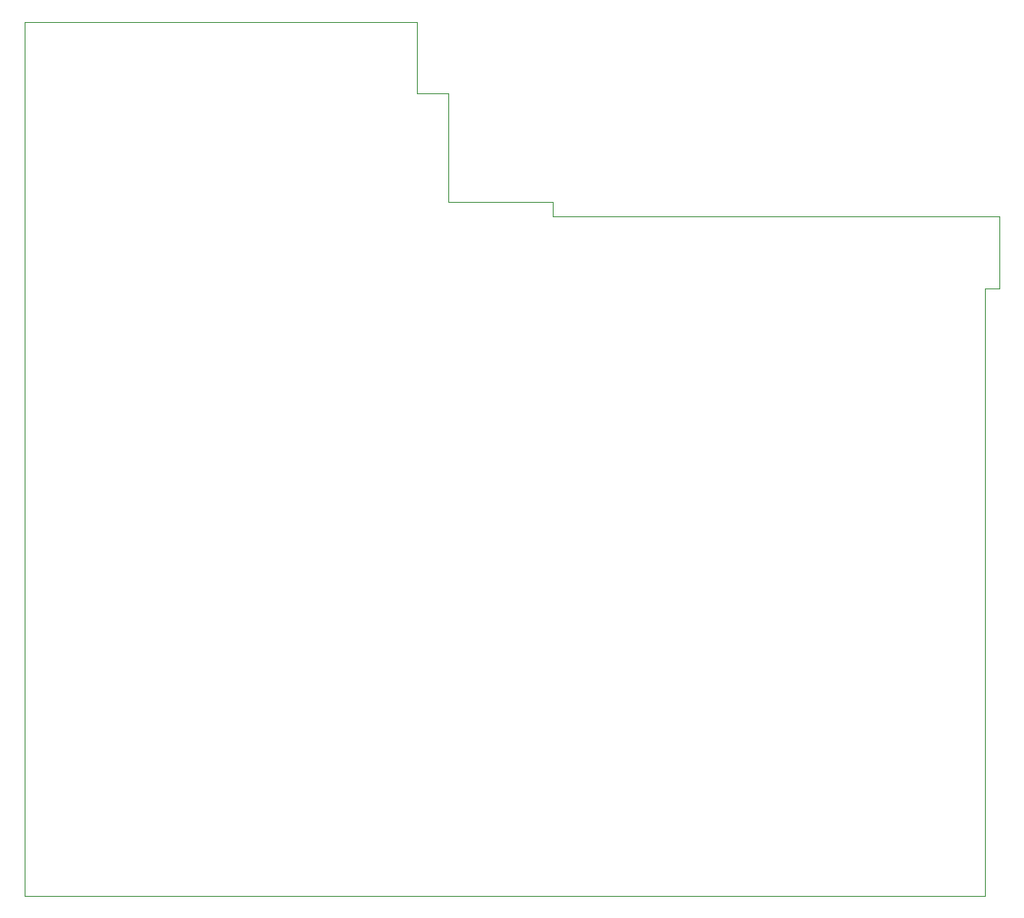
<source format=gbr>
%TF.GenerationSoftware,KiCad,Pcbnew,5.1.6-c6e7f7d~86~ubuntu18.04.1*%
%TF.CreationDate,2020-05-16T18:56:39+02:00*%
%TF.ProjectId,slimme-meter-tra,736c696d-6d65-42d6-9d65-7465722d7472,rev?*%
%TF.SameCoordinates,Original*%
%TF.FileFunction,Profile,NP*%
%FSLAX46Y46*%
G04 Gerber Fmt 4.6, Leading zero omitted, Abs format (unit mm)*
G04 Created by KiCad (PCBNEW 5.1.6-c6e7f7d~86~ubuntu18.04.1) date 2020-05-16 18:56:39*
%MOMM*%
%LPD*%
G01*
G04 APERTURE LIST*
%TA.AperFunction,Profile*%
%ADD10C,0.100000*%
%TD*%
G04 APERTURE END LIST*
D10*
X122200000Y-44900000D02*
X122200000Y-55800000D01*
X119100000Y-44900000D02*
X122200000Y-44900000D01*
X119100000Y-37800000D02*
X119100000Y-44900000D01*
X80000000Y-37800000D02*
X119100000Y-37800000D01*
X132600000Y-57200000D02*
X177200000Y-57200000D01*
X132600000Y-55800000D02*
X132600000Y-57200000D01*
X122200000Y-55800000D02*
X132600000Y-55800000D01*
X175700000Y-64400000D02*
X177200000Y-64400000D01*
X175700000Y-64400000D02*
X175700000Y-125000000D01*
X177200000Y-57200000D02*
X177200000Y-64400000D01*
X175700000Y-125000000D02*
X80000000Y-125000000D01*
X80000000Y-125000000D02*
X80000000Y-37800000D01*
M02*

</source>
